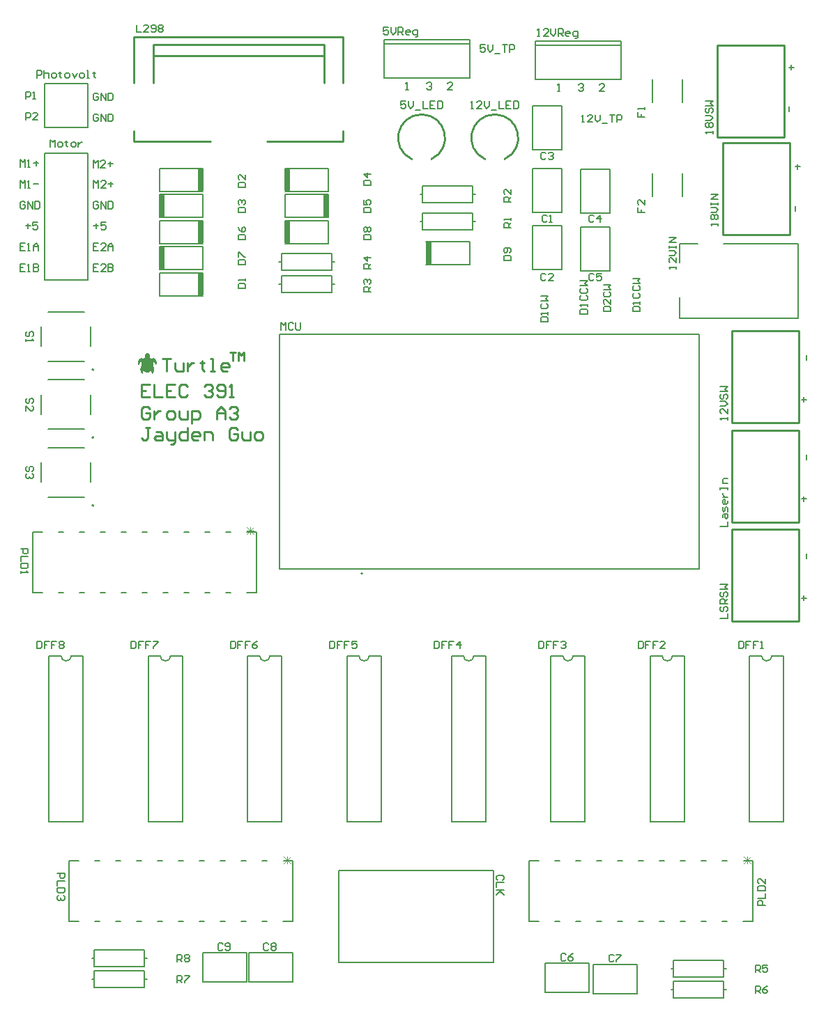
<source format=gto>
G04*
G04 #@! TF.GenerationSoftware,Altium Limited,Altium Designer,24.0.1 (36)*
G04*
G04 Layer_Color=65535*
%FSLAX44Y44*%
%MOMM*%
G71*
G04*
G04 #@! TF.SameCoordinates,F5D6D73F-2C16-40EA-88EE-8A7EB2D9318C*
G04*
G04*
G04 #@! TF.FilePolarity,Positive*
G04*
G01*
G75*
%ADD10C,0.2000*%
%ADD11C,0.2540*%
%ADD12C,0.1270*%
%ADD13C,0.1524*%
%ADD14C,0.0762*%
%ADD15R,0.8000X2.8000*%
G36*
X55457Y907203D02*
X56092D01*
Y906992D01*
X56515D01*
Y906780D01*
X56727D01*
Y906568D01*
X57150D01*
Y906357D01*
X57362D01*
Y906145D01*
X57573D01*
Y905933D01*
X57785D01*
Y905510D01*
X57997D01*
Y905298D01*
X58208D01*
Y904875D01*
X58420D01*
Y904452D01*
X58632D01*
Y904028D01*
X58843D01*
Y903393D01*
X59055D01*
Y902547D01*
X59267D01*
Y900853D01*
X59055D01*
Y900007D01*
X58843D01*
Y899372D01*
X58632D01*
Y899160D01*
X57997D01*
Y899372D01*
X57785D01*
Y899795D01*
X57573D01*
Y900007D01*
X57362D01*
Y900430D01*
X57150D01*
Y900853D01*
X56938D01*
Y901277D01*
X56727D01*
Y901488D01*
X56515D01*
Y901700D01*
X56303D01*
Y902123D01*
X56092D01*
Y902335D01*
X55668D01*
Y902547D01*
X55245D01*
Y902758D01*
X54822D01*
Y901700D01*
X55033D01*
Y900007D01*
X55245D01*
Y898948D01*
X55033D01*
Y897467D01*
X55245D01*
Y897043D01*
X55457D01*
Y896832D01*
X55668D01*
Y896408D01*
X55880D01*
Y895773D01*
X56092D01*
Y894927D01*
X56303D01*
Y892387D01*
X56092D01*
Y891328D01*
X55880D01*
Y890905D01*
X55668D01*
Y890270D01*
X55457D01*
Y890058D01*
X55245D01*
Y889635D01*
X55033D01*
Y889423D01*
X54822D01*
Y889212D01*
X54610D01*
Y888788D01*
X54398D01*
Y888577D01*
X54187D01*
Y888365D01*
X53763D01*
Y888153D01*
X53340D01*
Y888365D01*
X53128D01*
Y889423D01*
X52917D01*
Y891752D01*
X52705D01*
Y892175D01*
X52493D01*
Y891963D01*
X52282D01*
Y891752D01*
X52070D01*
Y891540D01*
X51858D01*
Y891328D01*
X51647D01*
Y891117D01*
X51223D01*
Y890905D01*
X51012D01*
Y890693D01*
X50588D01*
Y890482D01*
X50165D01*
Y890270D01*
X49742D01*
Y890058D01*
X48895D01*
Y889847D01*
X46778D01*
Y890058D01*
X45932D01*
Y890270D01*
X45508D01*
Y890482D01*
X45085D01*
Y890693D01*
X44662D01*
Y890905D01*
X44450D01*
Y891117D01*
X44027D01*
Y891328D01*
X43815D01*
Y891540D01*
X43603D01*
Y891752D01*
X43392D01*
Y891963D01*
X43180D01*
Y892175D01*
X42968D01*
Y891752D01*
X42757D01*
Y889423D01*
X42545D01*
Y888365D01*
X42333D01*
Y888153D01*
X41910D01*
Y888365D01*
X41487D01*
Y888577D01*
X41275D01*
Y888788D01*
X41063D01*
Y889212D01*
X40852D01*
Y889423D01*
X40640D01*
Y889635D01*
X40428D01*
Y890058D01*
X40217D01*
Y890270D01*
X40005D01*
Y890905D01*
X39793D01*
Y891328D01*
X39582D01*
Y892387D01*
X39370D01*
Y894927D01*
X39582D01*
Y895773D01*
X39793D01*
Y896408D01*
X40005D01*
Y896832D01*
X40217D01*
Y897043D01*
X40428D01*
Y897467D01*
X40640D01*
Y898948D01*
X40428D01*
Y900007D01*
X40640D01*
Y901700D01*
X40852D01*
Y902758D01*
X40428D01*
Y902547D01*
X40005D01*
Y902335D01*
X39582D01*
Y902123D01*
X39370D01*
Y901700D01*
X39158D01*
Y901488D01*
X38947D01*
Y901277D01*
X38735D01*
Y900853D01*
X38523D01*
Y900430D01*
X38312D01*
Y900007D01*
X38100D01*
Y899795D01*
X37888D01*
Y899372D01*
X37677D01*
Y899160D01*
X37042D01*
Y899372D01*
X36830D01*
Y900007D01*
X36618D01*
Y900853D01*
X36407D01*
Y902547D01*
X36618D01*
Y903393D01*
X36830D01*
Y904028D01*
X37042D01*
Y904452D01*
X37253D01*
Y904875D01*
X37465D01*
Y905298D01*
X37677D01*
Y905510D01*
X37888D01*
Y905933D01*
X38100D01*
Y906145D01*
X38312D01*
Y906357D01*
X38523D01*
Y906568D01*
X38947D01*
Y906780D01*
X39158D01*
Y906992D01*
X39582D01*
Y907203D01*
X41275D01*
Y906992D01*
X41487D01*
Y906780D01*
X42122D01*
Y906568D01*
X43180D01*
Y906780D01*
X43392D01*
Y906992D01*
X43603D01*
Y907203D01*
X44027D01*
Y907415D01*
X44238D01*
Y907627D01*
X44450D01*
Y907838D01*
X44662D01*
Y908050D01*
X44873D01*
Y909108D01*
X44662D01*
Y910167D01*
X44873D01*
Y911013D01*
X45085D01*
Y911437D01*
X45297D01*
Y911648D01*
X45508D01*
Y912072D01*
X45720D01*
Y912283D01*
X45932D01*
Y912495D01*
X46143D01*
Y912707D01*
X46355D01*
Y912918D01*
X46567D01*
Y913130D01*
X46778D01*
Y913342D01*
X47202D01*
Y913553D01*
X48472D01*
Y913342D01*
X48895D01*
Y913130D01*
X49107D01*
Y912918D01*
X49318D01*
Y912707D01*
X49530D01*
Y912495D01*
X49742D01*
Y912283D01*
X49953D01*
Y912072D01*
X50165D01*
Y911648D01*
X50377D01*
Y911437D01*
X50588D01*
Y911013D01*
X50800D01*
Y910167D01*
X51012D01*
Y909108D01*
X50800D01*
Y908050D01*
X51012D01*
Y907838D01*
X51223D01*
Y907627D01*
X51435D01*
Y907415D01*
X51647D01*
Y907203D01*
X52070D01*
Y906992D01*
X52282D01*
Y906780D01*
X52493D01*
Y906568D01*
X53552D01*
Y906780D01*
X54187D01*
Y906992D01*
X54398D01*
Y907203D01*
X55245D01*
X55457D01*
D02*
G37*
D10*
X-17300Y728310D02*
G03*
X-17300Y728310I-1000J0D01*
G01*
X309400Y645250D02*
G03*
X309400Y645250I-1000J0D01*
G01*
X-57150Y545500D02*
G03*
X-44450Y545500I6350J0D01*
G01*
X-17300Y893410D02*
G03*
X-17300Y893410I-1000J0D01*
G01*
Y810860D02*
G03*
X-17300Y810860I-1000J0D01*
G01*
X793750Y545500D02*
G03*
X806450Y545500I6350J0D01*
G01*
X673100D02*
G03*
X685800Y545500I6350J0D01*
G01*
X552450D02*
G03*
X565150Y545500I6350J0D01*
G01*
X431800D02*
G03*
X444500Y545500I6350J0D01*
G01*
X304800D02*
G03*
X317500Y545500I6350J0D01*
G01*
X184150D02*
G03*
X196850Y545500I6350J0D01*
G01*
X63500D02*
G03*
X76200Y545500I6350J0D01*
G01*
X519500Y1287650D02*
X623500D01*
X519500Y1246505D02*
Y1292650D01*
Y1246505D02*
X623500D01*
Y1292650D01*
X519500D02*
X623500D01*
X-16510Y167640D02*
Y187960D01*
X44450D01*
Y167640D02*
Y187960D01*
X-16510Y167640D02*
X44450D01*
X-19685Y177800D02*
X-16510D01*
X44450D02*
X47625D01*
X694530Y956141D02*
X838040D01*
Y1046141D01*
X694530Y1023141D02*
Y1046141D01*
X716120D01*
X747870D02*
X838040D01*
X694530Y956141D02*
Y980821D01*
X-77089Y1002030D02*
Y1156589D01*
Y1002030D02*
X-24511D01*
Y1156589D01*
X-77089D02*
X-24511D01*
X-77090Y1188148D02*
Y1240726D01*
Y1188148D02*
X-24512D01*
X-77090Y1240726D02*
X-24512D01*
Y1188148D02*
Y1240726D01*
X439250Y1021050D02*
Y1049050D01*
X386250Y1021050D02*
X439250D01*
X386250Y1049050D02*
X439250D01*
X-71628Y545500D02*
X-57150D01*
X-44450D02*
X-29972D01*
X-71628Y343500D02*
X-29972D01*
X-71628D02*
Y545500D01*
X-29972Y343500D02*
Y545500D01*
X115570Y184150D02*
X168910D01*
X115570Y148590D02*
X168910D01*
Y184150D01*
X115570Y148590D02*
Y184150D01*
X280670Y284480D02*
X468630D01*
Y172720D02*
Y284480D01*
X280670Y172720D02*
X468630D01*
X280670D02*
Y284480D01*
X335349Y1289237D02*
X439349D01*
X335349Y1248092D02*
Y1294237D01*
Y1248092D02*
X439349D01*
Y1294237D01*
X335349D02*
X439349D01*
X515620Y1084580D02*
Y1137920D01*
X551180Y1084580D02*
Y1137920D01*
X515620D02*
X551180D01*
X515620Y1084580D02*
X551180D01*
Y1014730D02*
Y1068070D01*
X515620Y1014730D02*
Y1068070D01*
Y1014730D02*
X551180D01*
X515620Y1068070D02*
X551180D01*
X515620Y1160780D02*
Y1214120D01*
X551180Y1160780D02*
Y1214120D01*
X515620D02*
X551180D01*
X515620Y1160780D02*
X551180D01*
X574040Y1083520D02*
Y1136860D01*
X609600Y1083520D02*
Y1136860D01*
X574040D02*
X609600D01*
X574040Y1083520D02*
X609600D01*
Y1013460D02*
Y1066800D01*
X574040Y1013460D02*
Y1066800D01*
Y1013460D02*
X609600D01*
X574040Y1066800D02*
X609600D01*
X62400Y982950D02*
Y1010950D01*
X115400D01*
X62400Y982950D02*
X115400D01*
X62400Y1109950D02*
Y1137950D01*
X115400D01*
X62400Y1109950D02*
X115400D01*
Y1078200D02*
Y1106200D01*
X62400Y1078200D02*
X115400D01*
X62400Y1106200D02*
X115400D01*
X267800Y1109950D02*
Y1137950D01*
X214800Y1109950D02*
X267800D01*
X214800Y1137950D02*
X267800D01*
X214800Y1078200D02*
Y1106200D01*
X267800D01*
X214800Y1078200D02*
X267800D01*
X62400Y1046450D02*
Y1074450D01*
X115400D01*
X62400Y1046450D02*
X115400D01*
Y1014700D02*
Y1042700D01*
X62400Y1014700D02*
X115400D01*
X62400Y1042700D02*
X115400D01*
X267800Y1046450D02*
Y1074450D01*
X214800Y1046450D02*
X267800D01*
X214800Y1074450D02*
X267800D01*
X443230Y1062990D02*
Y1083310D01*
X382270Y1062990D02*
X443230D01*
X382270D02*
Y1083310D01*
X443230D01*
Y1073150D02*
X446405D01*
X379095D02*
X382270D01*
X382269Y1096327D02*
Y1116647D01*
X443229D01*
Y1096327D02*
Y1116647D01*
X382269Y1096327D02*
X443229D01*
X379094Y1106487D02*
X382269D01*
X443229D02*
X446404D01*
X271780Y996950D02*
X274955D01*
X207645D02*
X210820D01*
Y986790D02*
X271780D01*
Y1007110D01*
X210820D02*
X271780D01*
X210820Y986790D02*
Y1007110D01*
X207644Y1023937D02*
X210819D01*
X271779D02*
X274954D01*
X210819Y1034097D02*
X271779D01*
X210819Y1013777D02*
Y1034097D01*
Y1013777D02*
X271779D01*
Y1034097D01*
X779272Y545500D02*
X793750D01*
X806450D02*
X820928D01*
X779272Y343500D02*
X820928D01*
X779272D02*
Y545500D01*
X820928Y343500D02*
Y545500D01*
X658622D02*
X673100D01*
X685800D02*
X700278D01*
X658622Y343500D02*
X700278D01*
X658622D02*
Y545500D01*
X700278Y343500D02*
Y545500D01*
X537972D02*
X552450D01*
X565150D02*
X579628D01*
X537972Y343500D02*
X579628D01*
X537972D02*
Y545500D01*
X579628Y343500D02*
Y545500D01*
X530860Y171450D02*
X584200D01*
X530860Y135890D02*
X584200D01*
Y171450D01*
X530860Y135890D02*
Y171450D01*
X589280Y170180D02*
X642620D01*
X589280Y134620D02*
X642620D01*
Y170180D01*
X589280Y134620D02*
Y170180D01*
X171240Y148590D02*
X224580D01*
X171240Y184150D02*
X224580D01*
X171240Y148590D02*
Y184150D01*
X224580Y148590D02*
Y184150D01*
X417322Y545500D02*
X431800D01*
X444500D02*
X458978D01*
X417322Y343500D02*
X458978D01*
X417322D02*
Y545500D01*
X458978Y343500D02*
Y545500D01*
X290322D02*
X304800D01*
X317500D02*
X331978D01*
X290322Y343500D02*
X331978D01*
X290322D02*
Y545500D01*
X331978Y343500D02*
Y545500D01*
X169672D02*
X184150D01*
X196850D02*
X211328D01*
X169672Y343500D02*
X211328D01*
X169672D02*
Y545500D01*
X211328Y343500D02*
Y545500D01*
X49022D02*
X63500D01*
X76200D02*
X90678D01*
X49022Y343500D02*
X90678D01*
X49022D02*
Y545500D01*
X90678Y343500D02*
Y545500D01*
X687070Y154940D02*
Y175260D01*
X748030D01*
Y154940D02*
Y175260D01*
X687070Y154940D02*
X748030D01*
X683895Y165100D02*
X687070D01*
X748030D02*
X751205D01*
X687070Y129540D02*
Y149860D01*
X748030D01*
Y129540D02*
Y149860D01*
X687070Y129540D02*
X748030D01*
X683895Y139700D02*
X687070D01*
X748030D02*
X751205D01*
X-16510Y142240D02*
Y162560D01*
X44450D01*
Y142240D02*
Y162560D01*
X-16510Y142240D02*
X44450D01*
X-19685Y152400D02*
X-16510D01*
X44450D02*
X47625D01*
D11*
X481922Y1149284D02*
G03*
X457877Y1149284I-12023J25783D01*
G01*
X393022D02*
G03*
X368977Y1149284I-12023J25783D01*
G01*
X740410Y1287780D02*
X821690D01*
X740410Y1176020D02*
X821690D01*
Y1287780D01*
X740410Y1176020D02*
Y1287780D01*
X262255Y1242187D02*
Y1275334D01*
X55245D02*
X262255D01*
Y1288542D01*
X55245Y1242187D02*
Y1275334D01*
Y1288542D01*
X262255D01*
X31750Y1298194D02*
X285750D01*
X193040Y1171194D02*
X285750D01*
X31750D02*
X124460D01*
X31750Y1242314D02*
Y1298194D01*
X285750Y1242314D02*
Y1298194D01*
X31750Y1171194D02*
Y1183894D01*
X285750Y1171194D02*
Y1183894D01*
X828039Y1056957D02*
Y1168717D01*
X746759Y1056957D02*
Y1168717D01*
X828039D01*
X746759Y1056957D02*
X828039D01*
X758189Y707707D02*
Y819467D01*
X839469Y707707D02*
Y819467D01*
X758189Y707707D02*
X839469D01*
X758189Y819467D02*
X839469D01*
Y828357D02*
Y940117D01*
X758189Y828357D02*
Y940117D01*
X839469D01*
X758189Y828357D02*
X839469D01*
X758189Y587057D02*
Y698817D01*
X839469Y587057D02*
Y698817D01*
X758189Y587057D02*
X839469D01*
X758189Y698817D02*
X839469D01*
X50797Y845814D02*
X48257Y848353D01*
X43179D01*
X40640Y845814D01*
Y835658D01*
X43179Y833118D01*
X48257D01*
X50797Y835658D01*
Y840736D01*
X45718D01*
X55875Y843275D02*
Y833118D01*
Y838197D01*
X58414Y840736D01*
X60953Y843275D01*
X63493D01*
X73649Y833118D02*
X78728D01*
X81267Y835658D01*
Y840736D01*
X78728Y843275D01*
X73649D01*
X71110Y840736D01*
Y835658D01*
X73649Y833118D01*
X86345Y843275D02*
Y835658D01*
X88884Y833118D01*
X96502D01*
Y843275D01*
X101580Y828040D02*
Y843275D01*
X109198D01*
X111737Y840736D01*
Y835658D01*
X109198Y833118D01*
X101580D01*
X132050D02*
Y843275D01*
X137129Y848353D01*
X142207Y843275D01*
Y833118D01*
Y840736D01*
X132050D01*
X147285Y845814D02*
X149825Y848353D01*
X154903D01*
X157442Y845814D01*
Y843275D01*
X154903Y840736D01*
X152364D01*
X154903D01*
X157442Y838197D01*
Y835658D01*
X154903Y833118D01*
X149825D01*
X147285Y835658D01*
X50797Y875025D02*
X40640D01*
Y859790D01*
X50797D01*
X40640Y867408D02*
X45718D01*
X55875Y875025D02*
Y859790D01*
X66032D01*
X81267Y875025D02*
X71110D01*
Y859790D01*
X81267D01*
X71110Y867408D02*
X76189D01*
X96502Y872486D02*
X93963Y875025D01*
X88884D01*
X86345Y872486D01*
Y862329D01*
X88884Y859790D01*
X93963D01*
X96502Y862329D01*
X116815Y872486D02*
X119354Y875025D01*
X124433D01*
X126972Y872486D01*
Y869947D01*
X124433Y867408D01*
X121894D01*
X124433D01*
X126972Y864868D01*
Y862329D01*
X124433Y859790D01*
X119354D01*
X116815Y862329D01*
X132050D02*
X134590Y859790D01*
X139668D01*
X142207Y862329D01*
Y872486D01*
X139668Y875025D01*
X134590D01*
X132050Y872486D01*
Y869947D01*
X134590Y867408D01*
X142207D01*
X147285Y859790D02*
X152364D01*
X149825D01*
Y875025D01*
X147285Y872486D01*
X50797Y822953D02*
X45718D01*
X48257D01*
Y810257D01*
X45718Y807718D01*
X43179D01*
X40640Y810257D01*
X58414Y817875D02*
X63493D01*
X66032Y815336D01*
Y807718D01*
X58414D01*
X55875Y810257D01*
X58414Y812797D01*
X66032D01*
X71110Y817875D02*
Y810257D01*
X73649Y807718D01*
X81267D01*
Y805179D01*
X78728Y802640D01*
X76189D01*
X81267Y807718D02*
Y817875D01*
X96502Y822953D02*
Y807718D01*
X88884D01*
X86345Y810257D01*
Y815336D01*
X88884Y817875D01*
X96502D01*
X109198Y807718D02*
X104120D01*
X101580Y810257D01*
Y815336D01*
X104120Y817875D01*
X109198D01*
X111737Y815336D01*
Y812797D01*
X101580D01*
X116815Y807718D02*
Y817875D01*
X124433D01*
X126972Y815336D01*
Y807718D01*
X157442Y820414D02*
X154903Y822953D01*
X149825D01*
X147285Y820414D01*
Y810257D01*
X149825Y807718D01*
X154903D01*
X157442Y810257D01*
Y815336D01*
X152364D01*
X162521Y817875D02*
Y810257D01*
X165060Y807718D01*
X172677D01*
Y817875D01*
X180295Y807718D02*
X185373D01*
X187912Y810257D01*
Y815336D01*
X185373Y817875D01*
X180295D01*
X177756Y815336D01*
Y810257D01*
X180295Y807718D01*
X66040Y906775D02*
X76197D01*
X71118D01*
Y891540D01*
X81275Y901697D02*
Y894079D01*
X83814Y891540D01*
X91432D01*
Y901697D01*
X96510D02*
Y891540D01*
Y896618D01*
X99049Y899157D01*
X101588Y901697D01*
X104128D01*
X114284Y904236D02*
Y901697D01*
X111745D01*
X116824D01*
X114284D01*
Y894079D01*
X116824Y891540D01*
X124441D02*
X129520D01*
X126980D01*
Y906775D01*
X124441D01*
X144754Y891540D02*
X139676D01*
X137137Y894079D01*
Y899157D01*
X139676Y901697D01*
X144754D01*
X147294Y899157D01*
Y896618D01*
X137137D01*
X148590Y914397D02*
X155361D01*
X151976D01*
Y904240D01*
X158747D02*
Y914397D01*
X162132Y911011D01*
X165518Y914397D01*
Y904240D01*
D12*
X-72560Y738350D02*
X-29040D01*
X-80800Y756590D02*
Y780110D01*
X-72560Y798350D02*
X-29040D01*
X-20800Y756590D02*
Y780110D01*
X208800Y936050D02*
X718300D01*
Y650950D02*
Y936050D01*
X208800Y650950D02*
Y936050D01*
Y650950D02*
X718300D01*
X208800D02*
Y761640D01*
Y828750D01*
Y936050D01*
Y650950D02*
X718300D01*
X208800Y936050D02*
X718300D01*
Y650950D02*
Y704650D01*
Y881550D01*
Y936050D01*
X-72560Y903450D02*
X-29040D01*
X-80800Y921690D02*
Y945210D01*
X-72560Y963450D02*
X-29040D01*
X-20800Y921690D02*
Y945210D01*
X-72560Y820900D02*
X-29040D01*
X-80800Y839140D02*
Y862660D01*
X-72560Y880900D02*
X-29040D01*
X-20800Y839140D02*
Y862660D01*
D13*
X746242Y222410D02*
X752358D01*
X720842D02*
X726958D01*
X695442D02*
X701558D01*
X670042D02*
X676158D01*
X644642D02*
X650758D01*
X619242D02*
X625358D01*
X593842D02*
X599958D01*
X568442D02*
X574558D01*
X543042D02*
X549158D01*
X511810Y296070D02*
X523758D01*
X543042D02*
X549158D01*
X568442D02*
X574558D01*
X593842D02*
X599958D01*
X619242D02*
X625358D01*
X644642D02*
X650758D01*
X670042D02*
X676158D01*
X695442D02*
X701558D01*
X720842D02*
X726958D01*
X746242D02*
X752069D01*
X771931D02*
X783590D01*
Y222410D02*
Y296070D01*
X511810Y222410D02*
X523758D01*
X511810D02*
Y296070D01*
X771642Y222410D02*
X783590D01*
X661162Y1103567D02*
Y1131633D01*
X697738Y1103567D02*
Y1131633D01*
X661162Y1217867D02*
Y1245933D01*
X697738Y1217867D02*
Y1245933D01*
X142992Y622460D02*
X149108D01*
X117592D02*
X123708D01*
X92192D02*
X98308D01*
X66792D02*
X72908D01*
X41392D02*
X47508D01*
X15992D02*
X22108D01*
X-9408D02*
X-3292D01*
X-34808D02*
X-28692D01*
X-60208D02*
X-54092D01*
X-91440Y696120D02*
X-79492D01*
X-60208D02*
X-54092D01*
X-34808D02*
X-28692D01*
X-9408D02*
X-3292D01*
X15992D02*
X22108D01*
X41392D02*
X47508D01*
X66792D02*
X72908D01*
X92192D02*
X98308D01*
X117592D02*
X123708D01*
X142992D02*
X148819D01*
X168681D02*
X180340D01*
Y622460D02*
Y696120D01*
X-91440Y622460D02*
X-79492D01*
X-91440D02*
Y696120D01*
X168392Y622460D02*
X180340D01*
X187442Y222410D02*
X193558D01*
X162042D02*
X168158D01*
X136642D02*
X142758D01*
X111242D02*
X117358D01*
X85842D02*
X91958D01*
X60442D02*
X66558D01*
X35042D02*
X41158D01*
X9642D02*
X15758D01*
X-15758D02*
X-9642D01*
X-46990Y296070D02*
X-35042D01*
X-15758D02*
X-9642D01*
X9642D02*
X15758D01*
X35042D02*
X41158D01*
X60442D02*
X66558D01*
X85842D02*
X91958D01*
X111242D02*
X117358D01*
X136642D02*
X142758D01*
X162042D02*
X168158D01*
X187442D02*
X193269D01*
X213131D02*
X224790D01*
Y222410D02*
Y296070D01*
X-46990Y222410D02*
X-35042D01*
X-46990D02*
Y296070D01*
X212842Y222410D02*
X224790D01*
X521660Y1298788D02*
X524623D01*
X523142D01*
Y1307675D01*
X521660Y1306194D01*
X534991Y1298788D02*
X529066D01*
X534991Y1304712D01*
Y1306194D01*
X533510Y1307675D01*
X530547D01*
X529066Y1306194D01*
X537953Y1307675D02*
Y1301750D01*
X540916Y1298788D01*
X543878Y1301750D01*
Y1307675D01*
X546841Y1298788D02*
Y1307675D01*
X551284D01*
X552765Y1306194D01*
Y1303231D01*
X551284Y1301750D01*
X546841D01*
X549803D02*
X552765Y1298788D01*
X560171D02*
X557209D01*
X555728Y1300269D01*
Y1303231D01*
X557209Y1304712D01*
X560171D01*
X561652Y1303231D01*
Y1301750D01*
X555728D01*
X567577Y1295825D02*
X569058D01*
X570540Y1297306D01*
Y1304712D01*
X566096D01*
X564615Y1303231D01*
Y1300269D01*
X566096Y1298788D01*
X570540D01*
X546100Y1231900D02*
X549062D01*
X547581D01*
Y1240787D01*
X546100Y1239306D01*
X602825Y1231900D02*
X596900D01*
X602825Y1237825D01*
Y1239306D01*
X601344Y1240787D01*
X598381D01*
X596900Y1239306D01*
X571500D02*
X572981Y1240787D01*
X575944D01*
X577425Y1239306D01*
Y1237825D01*
X575944Y1236344D01*
X574462D01*
X575944D01*
X577425Y1234862D01*
Y1233381D01*
X575944Y1231900D01*
X572981D01*
X571500Y1233381D01*
X734694Y1180154D02*
Y1183116D01*
Y1181635D01*
X725806D01*
X727288Y1180154D01*
Y1187560D02*
X725806Y1189041D01*
Y1192003D01*
X727288Y1193485D01*
X728769D01*
X730250Y1192003D01*
X731731Y1193485D01*
X733212D01*
X734694Y1192003D01*
Y1189041D01*
X733212Y1187560D01*
X731731D01*
X730250Y1189041D01*
X728769Y1187560D01*
X727288D01*
X730250Y1189041D02*
Y1192003D01*
X725806Y1196447D02*
X731731D01*
X734694Y1199409D01*
X731731Y1202372D01*
X725806D01*
X727288Y1211259D02*
X725806Y1209778D01*
Y1206815D01*
X727288Y1205334D01*
X728769D01*
X730250Y1206815D01*
Y1209778D01*
X731731Y1211259D01*
X733212D01*
X734694Y1209778D01*
Y1206815D01*
X733212Y1205334D01*
X725806Y1214221D02*
X734694D01*
X731731Y1217184D01*
X734694Y1220146D01*
X725806D01*
X-92288Y769831D02*
X-90806Y771312D01*
Y774275D01*
X-92288Y775756D01*
X-93769D01*
X-95250Y774275D01*
Y771312D01*
X-96731Y769831D01*
X-98212D01*
X-99694Y771312D01*
Y774275D01*
X-98212Y775756D01*
X-92288Y766869D02*
X-90806Y765388D01*
Y762425D01*
X-92288Y760944D01*
X-93769D01*
X-95250Y762425D01*
Y763906D01*
Y762425D01*
X-96731Y760944D01*
X-98212D01*
X-99694Y762425D01*
Y765388D01*
X-98212Y766869D01*
X84034Y173356D02*
Y182244D01*
X88478D01*
X89959Y180762D01*
Y177800D01*
X88478Y176319D01*
X84034D01*
X86996D02*
X89959Y173356D01*
X92921Y180762D02*
X94402Y182244D01*
X97365D01*
X98846Y180762D01*
Y179281D01*
X97365Y177800D01*
X98846Y176319D01*
Y174838D01*
X97365Y173356D01*
X94402D01*
X92921Y174838D01*
Y176319D01*
X94402Y177800D01*
X92921Y179281D01*
Y180762D01*
X94402Y177800D02*
X97365D01*
X34507Y1312544D02*
Y1303656D01*
X40432D01*
X49319D02*
X43394D01*
X49319Y1309581D01*
Y1311062D01*
X47838Y1312544D01*
X44875D01*
X43394Y1311062D01*
X52281Y1305138D02*
X53762Y1303656D01*
X56725D01*
X58206Y1305138D01*
Y1311062D01*
X56725Y1312544D01*
X53762D01*
X52281Y1311062D01*
Y1309581D01*
X53762Y1308100D01*
X58206D01*
X61168Y1311062D02*
X62649Y1312544D01*
X65612D01*
X67093Y1311062D01*
Y1309581D01*
X65612Y1308100D01*
X67093Y1306619D01*
Y1305138D01*
X65612Y1303656D01*
X62649D01*
X61168Y1305138D01*
Y1306619D01*
X62649Y1308100D01*
X61168Y1309581D01*
Y1311062D01*
X62649Y1308100D02*
X65612D01*
X210401Y941706D02*
Y950594D01*
X213363Y947631D01*
X216325Y950594D01*
Y941706D01*
X225212Y949112D02*
X223731Y950594D01*
X220769D01*
X219288Y949112D01*
Y943188D01*
X220769Y941706D01*
X223731D01*
X225212Y943188D01*
X228175Y950594D02*
Y943188D01*
X229656Y941706D01*
X232618D01*
X234100Y943188D01*
Y950594D01*
X441016Y1210734D02*
X443979D01*
X442497D01*
Y1219621D01*
X441016Y1218140D01*
X454347Y1210734D02*
X448422D01*
X454347Y1216658D01*
Y1218140D01*
X452866Y1219621D01*
X449903D01*
X448422Y1218140D01*
X457309Y1219621D02*
Y1213696D01*
X460272Y1210734D01*
X463234Y1213696D01*
Y1219621D01*
X466196Y1209253D02*
X472121D01*
X475084Y1219621D02*
Y1210734D01*
X481008D01*
X489895Y1219621D02*
X483971D01*
Y1210734D01*
X489895D01*
X483971Y1215177D02*
X486933D01*
X492858Y1219621D02*
Y1210734D01*
X497301D01*
X498783Y1212215D01*
Y1218140D01*
X497301Y1219621D01*
X492858D01*
X690244Y1015795D02*
Y1018757D01*
Y1017276D01*
X681356D01*
X682838Y1015795D01*
X690244Y1029125D02*
Y1023201D01*
X684319Y1029125D01*
X682838D01*
X681356Y1027644D01*
Y1024682D01*
X682838Y1023201D01*
X681356Y1032088D02*
X687281D01*
X690244Y1035050D01*
X687281Y1038012D01*
X681356D01*
Y1040975D02*
Y1043937D01*
Y1042456D01*
X690244D01*
Y1040975D01*
Y1043937D01*
Y1048381D02*
X681356D01*
X690244Y1054305D01*
X681356D01*
X-70055Y1163956D02*
Y1172844D01*
X-67093Y1169881D01*
X-64131Y1172844D01*
Y1163956D01*
X-59687D02*
X-56725D01*
X-55244Y1165438D01*
Y1168400D01*
X-56725Y1169881D01*
X-59687D01*
X-61168Y1168400D01*
Y1165438D01*
X-59687Y1163956D01*
X-50800Y1171362D02*
Y1169881D01*
X-52281D01*
X-49319D01*
X-50800D01*
Y1165438D01*
X-49319Y1163956D01*
X-43394D02*
X-40432D01*
X-38951Y1165438D01*
Y1168400D01*
X-40432Y1169881D01*
X-43394D01*
X-44875Y1168400D01*
Y1165438D01*
X-43394Y1163956D01*
X-35988Y1169881D02*
Y1163956D01*
Y1166919D01*
X-34507Y1168400D01*
X-33026Y1169881D01*
X-31545D01*
X-86349Y1248093D02*
Y1256980D01*
X-81906D01*
X-80424Y1255499D01*
Y1252537D01*
X-81906Y1251056D01*
X-86349D01*
X-77462Y1256980D02*
Y1248093D01*
Y1252537D01*
X-75981Y1254018D01*
X-73018D01*
X-71537Y1252537D01*
Y1248093D01*
X-67094D02*
X-64131D01*
X-62650Y1249574D01*
Y1252537D01*
X-64131Y1254018D01*
X-67094D01*
X-68575Y1252537D01*
Y1249574D01*
X-67094Y1248093D01*
X-58207Y1255499D02*
Y1254018D01*
X-59688D01*
X-56725D01*
X-58207D01*
Y1249574D01*
X-56725Y1248093D01*
X-50801D02*
X-47838D01*
X-46357Y1249574D01*
Y1252537D01*
X-47838Y1254018D01*
X-50801D01*
X-52282Y1252537D01*
Y1249574D01*
X-50801Y1248093D01*
X-43395Y1254018D02*
X-40432Y1248093D01*
X-37470Y1254018D01*
X-33026Y1248093D02*
X-30064D01*
X-28583Y1249574D01*
Y1252537D01*
X-30064Y1254018D01*
X-33026D01*
X-34508Y1252537D01*
Y1249574D01*
X-33026Y1248093D01*
X-25620D02*
X-22658D01*
X-24139D01*
Y1256980D01*
X-25620D01*
X-16733Y1255499D02*
Y1254018D01*
X-18214D01*
X-15252D01*
X-16733D01*
Y1249574D01*
X-15252Y1248093D01*
X480696Y1026374D02*
X489584D01*
Y1030818D01*
X488102Y1032299D01*
X482178D01*
X480696Y1030818D01*
Y1026374D01*
X488102Y1035261D02*
X489584Y1036742D01*
Y1039705D01*
X488102Y1041186D01*
X482178D01*
X480696Y1039705D01*
Y1036742D01*
X482178Y1035261D01*
X483659D01*
X485140Y1036742D01*
Y1041186D01*
X-86143Y563244D02*
Y554356D01*
X-81699D01*
X-80218Y555838D01*
Y561762D01*
X-81699Y563244D01*
X-86143D01*
X-71331D02*
X-77256D01*
Y558800D01*
X-74294D01*
X-77256D01*
Y554356D01*
X-62444Y563244D02*
X-68369D01*
Y558800D01*
X-65406D01*
X-68369D01*
Y554356D01*
X-59482Y561762D02*
X-58000Y563244D01*
X-55038D01*
X-53557Y561762D01*
Y560281D01*
X-55038Y558800D01*
X-53557Y557319D01*
Y555838D01*
X-55038Y554356D01*
X-58000D01*
X-59482Y555838D01*
Y557319D01*
X-58000Y558800D01*
X-59482Y560281D01*
Y561762D01*
X-58000Y558800D02*
X-55038D01*
X139489Y194732D02*
X138008Y196214D01*
X135045D01*
X133564Y194732D01*
Y188808D01*
X135045Y187326D01*
X138008D01*
X139489Y188808D01*
X142451D02*
X143932Y187326D01*
X146895D01*
X148376Y188808D01*
Y194732D01*
X146895Y196214D01*
X143932D01*
X142451Y194732D01*
Y193251D01*
X143932Y191770D01*
X148376D01*
X479212Y272625D02*
X480694Y274106D01*
Y277068D01*
X479212Y278549D01*
X473288D01*
X471806Y277068D01*
Y274106D01*
X473288Y272625D01*
X480694Y269662D02*
X471806D01*
Y263738D01*
X480694Y260775D02*
X471806D01*
X474769D01*
X480694Y254851D01*
X476250Y259294D01*
X471806Y254851D01*
X798194Y241837D02*
X789306D01*
Y246280D01*
X790788Y247762D01*
X793750D01*
X795231Y246280D01*
Y241837D01*
X789306Y250724D02*
X798194D01*
Y256649D01*
X789306Y259611D02*
X798194D01*
Y264055D01*
X796712Y265536D01*
X790788D01*
X789306Y264055D01*
Y259611D01*
X798194Y274423D02*
Y268498D01*
X792269Y274423D01*
X790788D01*
X789306Y272942D01*
Y269979D01*
X790788Y268498D01*
X643256Y1090719D02*
Y1084794D01*
X647700D01*
Y1087756D01*
Y1084794D01*
X652144D01*
Y1099606D02*
Y1093681D01*
X646219Y1099606D01*
X644738D01*
X643256Y1098125D01*
Y1095162D01*
X644738Y1093681D01*
X340788Y1309261D02*
X334863D01*
Y1304818D01*
X337825Y1306299D01*
X339306D01*
X340788Y1304818D01*
Y1301855D01*
X339306Y1300374D01*
X336344D01*
X334863Y1301855D01*
X343750Y1309261D02*
Y1303337D01*
X346712Y1300374D01*
X349675Y1303337D01*
Y1309261D01*
X352637Y1300374D02*
Y1309261D01*
X357080D01*
X358562Y1307780D01*
Y1304818D01*
X357080Y1303337D01*
X352637D01*
X355599D02*
X358562Y1300374D01*
X365968D02*
X363005D01*
X361524Y1301855D01*
Y1304818D01*
X363005Y1306299D01*
X365968D01*
X367449Y1304818D01*
Y1303337D01*
X361524D01*
X373374Y1297412D02*
X374855D01*
X376336Y1298893D01*
Y1306299D01*
X371892D01*
X370411Y1304818D01*
Y1301855D01*
X371892Y1300374D01*
X376336D01*
X361949Y1233487D02*
X364912D01*
X363430D01*
Y1242374D01*
X361949Y1240893D01*
X418674Y1233487D02*
X412749D01*
X418674Y1239411D01*
Y1240893D01*
X417193Y1242374D01*
X414230D01*
X412749Y1240893D01*
X387349D02*
X388830Y1242374D01*
X391793D01*
X393274Y1240893D01*
Y1239411D01*
X391793Y1237930D01*
X390312D01*
X391793D01*
X393274Y1236449D01*
Y1234968D01*
X391793Y1233487D01*
X388830D01*
X387349Y1234968D01*
X741043Y1068181D02*
Y1071144D01*
Y1069662D01*
X732156D01*
X733637Y1068181D01*
Y1075587D02*
X732156Y1077068D01*
Y1080031D01*
X733637Y1081512D01*
X735118D01*
X736599Y1080031D01*
X738081Y1081512D01*
X739562D01*
X741043Y1080031D01*
Y1077068D01*
X739562Y1075587D01*
X738081D01*
X736599Y1077068D01*
X735118Y1075587D01*
X733637D01*
X736599Y1077068D02*
Y1080031D01*
X732156Y1084474D02*
X738081D01*
X741043Y1087437D01*
X738081Y1090399D01*
X732156D01*
Y1093362D02*
Y1096324D01*
Y1094843D01*
X741043D01*
Y1093362D01*
Y1096324D01*
Y1100767D02*
X732156D01*
X741043Y1106692D01*
X732156D01*
X533400Y1079922D02*
X531919Y1081404D01*
X528956D01*
X527475Y1079922D01*
Y1073998D01*
X528956Y1072516D01*
X531919D01*
X533400Y1073998D01*
X536362Y1072516D02*
X539325D01*
X537844D01*
Y1081404D01*
X536362Y1079922D01*
X531919Y1008802D02*
X530438Y1010284D01*
X527475D01*
X525994Y1008802D01*
Y1002878D01*
X527475Y1001396D01*
X530438D01*
X531919Y1002878D01*
X540806Y1001396D02*
X534881D01*
X540806Y1007321D01*
Y1008802D01*
X539325Y1010284D01*
X536362D01*
X534881Y1008802D01*
X531919Y1156122D02*
X530438Y1157604D01*
X527475D01*
X525994Y1156122D01*
Y1150198D01*
X527475Y1148716D01*
X530438D01*
X531919Y1150198D01*
X534881Y1156122D02*
X536362Y1157604D01*
X539325D01*
X540806Y1156122D01*
Y1154641D01*
X539325Y1153160D01*
X537844D01*
X539325D01*
X540806Y1151679D01*
Y1150198D01*
X539325Y1148716D01*
X536362D01*
X534881Y1150198D01*
X590340Y1079815D02*
X588858Y1081296D01*
X585896D01*
X584415Y1079815D01*
Y1073891D01*
X585896Y1072409D01*
X588858D01*
X590340Y1073891D01*
X597745Y1072409D02*
Y1081296D01*
X593302Y1076853D01*
X599227D01*
X590339Y1008802D02*
X588858Y1010284D01*
X585895D01*
X584414Y1008802D01*
Y1002878D01*
X585895Y1001396D01*
X588858D01*
X590339Y1002878D01*
X599226Y1010284D02*
X593301D01*
Y1005840D01*
X596264Y1007321D01*
X597745D01*
X599226Y1005840D01*
Y1002878D01*
X597745Y1001396D01*
X594782D01*
X593301Y1002878D01*
X158116Y992295D02*
X167004D01*
Y996739D01*
X165522Y998220D01*
X159598D01*
X158116Y996739D01*
Y992295D01*
X167004Y1001182D02*
Y1004145D01*
Y1002664D01*
X158116D01*
X159598Y1001182D01*
X158116Y1115274D02*
X167004D01*
Y1119718D01*
X165522Y1121199D01*
X159598D01*
X158116Y1119718D01*
Y1115274D01*
X167004Y1130086D02*
Y1124161D01*
X161079Y1130086D01*
X159598D01*
X158116Y1128605D01*
Y1125642D01*
X159598Y1124161D01*
X158116Y1084794D02*
X167004D01*
Y1089238D01*
X165522Y1090719D01*
X159598D01*
X158116Y1089238D01*
Y1084794D01*
X159598Y1093681D02*
X158116Y1095162D01*
Y1098125D01*
X159598Y1099606D01*
X161079D01*
X162560Y1098125D01*
Y1096644D01*
Y1098125D01*
X164041Y1099606D01*
X165522D01*
X167004Y1098125D01*
Y1095162D01*
X165522Y1093681D01*
X310516Y1117814D02*
X319404D01*
Y1122258D01*
X317922Y1123739D01*
X311998D01*
X310516Y1122258D01*
Y1117814D01*
X319404Y1131145D02*
X310516D01*
X314960Y1126701D01*
Y1132626D01*
X310516Y1084794D02*
X319404D01*
Y1089238D01*
X317922Y1090719D01*
X311998D01*
X310516Y1089238D01*
Y1084794D01*
Y1099606D02*
Y1093681D01*
X314960D01*
X313479Y1096644D01*
Y1098125D01*
X314960Y1099606D01*
X317922D01*
X319404Y1098125D01*
Y1095162D01*
X317922Y1093681D01*
X158116Y1051774D02*
X167004D01*
Y1056218D01*
X165522Y1057699D01*
X159598D01*
X158116Y1056218D01*
Y1051774D01*
Y1066586D02*
X159598Y1063624D01*
X162560Y1060661D01*
X165522D01*
X167004Y1062142D01*
Y1065105D01*
X165522Y1066586D01*
X164041D01*
X162560Y1065105D01*
Y1060661D01*
X158116Y1021294D02*
X167004D01*
Y1025738D01*
X165522Y1027219D01*
X159598D01*
X158116Y1025738D01*
Y1021294D01*
Y1030181D02*
Y1036106D01*
X159598D01*
X165522Y1030181D01*
X167004D01*
X310516Y1051774D02*
X319404D01*
Y1056218D01*
X317922Y1057699D01*
X311998D01*
X310516Y1056218D01*
Y1051774D01*
X311998Y1060661D02*
X310516Y1062142D01*
Y1065105D01*
X311998Y1066586D01*
X313479D01*
X314960Y1065105D01*
X316441Y1066586D01*
X317922D01*
X319404Y1065105D01*
Y1062142D01*
X317922Y1060661D01*
X316441D01*
X314960Y1062142D01*
X313479Y1060661D01*
X311998D01*
X314960Y1062142D02*
Y1065105D01*
X361744Y1219621D02*
X355819D01*
Y1215177D01*
X358782Y1216658D01*
X360263D01*
X361744Y1215177D01*
Y1212215D01*
X360263Y1210734D01*
X357300D01*
X355819Y1212215D01*
X364706Y1219621D02*
Y1213696D01*
X367669Y1210734D01*
X370631Y1213696D01*
Y1219621D01*
X373593Y1209253D02*
X379518D01*
X382481Y1219621D02*
Y1210734D01*
X388405D01*
X397292Y1219621D02*
X391368D01*
Y1210734D01*
X397292D01*
X391368Y1215177D02*
X394330D01*
X400255Y1219621D02*
Y1210734D01*
X404698D01*
X406180Y1212215D01*
Y1218140D01*
X404698Y1219621D01*
X400255D01*
X643256Y1206500D02*
Y1200575D01*
X647700D01*
Y1203538D01*
Y1200575D01*
X652144D01*
Y1209462D02*
Y1212425D01*
Y1210944D01*
X643256D01*
X644738Y1209462D01*
X743586Y702954D02*
X752473D01*
Y708878D01*
X746548Y713322D02*
Y716284D01*
X748029Y717765D01*
X752473D01*
Y713322D01*
X750992Y711841D01*
X749510Y713322D01*
Y717765D01*
X752473Y720728D02*
Y725171D01*
X750992Y726653D01*
X749510Y725171D01*
Y722209D01*
X748029Y720728D01*
X746548Y722209D01*
Y726653D01*
X752473Y734059D02*
Y731096D01*
X750992Y729615D01*
X748029D01*
X746548Y731096D01*
Y734059D01*
X748029Y735540D01*
X749510D01*
Y729615D01*
X746548Y738502D02*
X752473D01*
X749510D01*
X748029Y739983D01*
X746548Y741464D01*
Y742946D01*
X743586Y747389D02*
Y750352D01*
Y748870D01*
X752473D01*
Y747389D01*
Y750352D01*
Y754795D02*
X746548D01*
Y759239D01*
X748029Y760720D01*
X752473D01*
X489584Y1065955D02*
X480696D01*
Y1070399D01*
X482178Y1071880D01*
X485140D01*
X486621Y1070399D01*
Y1065955D01*
Y1068918D02*
X489584Y1071880D01*
Y1074842D02*
Y1077805D01*
Y1076324D01*
X480696D01*
X482178Y1074842D01*
X489584Y1097494D02*
X480696D01*
Y1101938D01*
X482178Y1103419D01*
X485140D01*
X486621Y1101938D01*
Y1097494D01*
Y1100456D02*
X489584Y1103419D01*
Y1112306D02*
Y1106381D01*
X483659Y1112306D01*
X482178D01*
X480696Y1110825D01*
Y1107862D01*
X482178Y1106381D01*
X752473Y832491D02*
Y835453D01*
Y833972D01*
X743586D01*
X745067Y832491D01*
X752473Y845821D02*
Y839897D01*
X746548Y845821D01*
X745067D01*
X743586Y844340D01*
Y841378D01*
X745067Y839897D01*
X743586Y848784D02*
X749510D01*
X752473Y851746D01*
X749510Y854708D01*
X743586D01*
X745067Y863596D02*
X743586Y862114D01*
Y859152D01*
X745067Y857671D01*
X746548D01*
X748029Y859152D01*
Y862114D01*
X749510Y863596D01*
X750992D01*
X752473Y862114D01*
Y859152D01*
X750992Y857671D01*
X743586Y866558D02*
X752473D01*
X749510Y869520D01*
X752473Y872483D01*
X743586D01*
X743586Y590450D02*
X752473D01*
Y596375D01*
X745067Y605262D02*
X743586Y603781D01*
Y600818D01*
X745067Y599337D01*
X746548D01*
X748029Y600818D01*
Y603781D01*
X749510Y605262D01*
X750992D01*
X752473Y603781D01*
Y600818D01*
X750992Y599337D01*
X752473Y608224D02*
X743586D01*
Y612668D01*
X745067Y614149D01*
X748029D01*
X749510Y612668D01*
Y608224D01*
Y611187D02*
X752473Y614149D01*
X745067Y623036D02*
X743586Y621555D01*
Y618593D01*
X745067Y617112D01*
X746548D01*
X748029Y618593D01*
Y621555D01*
X749510Y623036D01*
X750992D01*
X752473Y621555D01*
Y618593D01*
X750992Y617112D01*
X743586Y625999D02*
X752473D01*
X749510Y628961D01*
X752473Y631923D01*
X743586D01*
X319404Y988274D02*
X310516D01*
Y992718D01*
X311998Y994199D01*
X314960D01*
X316441Y992718D01*
Y988274D01*
Y991236D02*
X319404Y994199D01*
X311998Y997161D02*
X310516Y998642D01*
Y1001605D01*
X311998Y1003086D01*
X313479D01*
X314960Y1001605D01*
Y1000124D01*
Y1001605D01*
X316441Y1003086D01*
X317922D01*
X319404Y1001605D01*
Y998642D01*
X317922Y997161D01*
X319404Y1016214D02*
X310516D01*
Y1020658D01*
X311998Y1022139D01*
X314960D01*
X316441Y1020658D01*
Y1016214D01*
Y1019176D02*
X319404Y1022139D01*
Y1029545D02*
X310516D01*
X314960Y1025101D01*
Y1031026D01*
X-106044Y675212D02*
X-97156D01*
Y670768D01*
X-98638Y669287D01*
X-101600D01*
X-103081Y670768D01*
Y675212D01*
X-97156Y666325D02*
X-106044D01*
Y660400D01*
X-97156Y657438D02*
X-106044D01*
Y652994D01*
X-104562Y651513D01*
X-98638D01*
X-97156Y652994D01*
Y657438D01*
X-106044Y648550D02*
Y645588D01*
Y647069D01*
X-97156D01*
X-98638Y648550D01*
X-92288Y933450D02*
X-90806Y934931D01*
Y937894D01*
X-92288Y939375D01*
X-93769D01*
X-95250Y937894D01*
Y934931D01*
X-96731Y933450D01*
X-98212D01*
X-99694Y934931D01*
Y937894D01*
X-98212Y939375D01*
X-99694Y930488D02*
Y927525D01*
Y929006D01*
X-90806D01*
X-92288Y930488D01*
X-92288Y852381D02*
X-90806Y853862D01*
Y856825D01*
X-92288Y858306D01*
X-93769D01*
X-95250Y856825D01*
Y853862D01*
X-96731Y852381D01*
X-98212D01*
X-99694Y853862D01*
Y856825D01*
X-98212Y858306D01*
X-99694Y843494D02*
Y849419D01*
X-93769Y843494D01*
X-92288D01*
X-90806Y844975D01*
Y847938D01*
X-92288Y849419D01*
X-61594Y280773D02*
X-52706D01*
Y276329D01*
X-54188Y274848D01*
X-57150D01*
X-58631Y276329D01*
Y280773D01*
X-52706Y271886D02*
X-61594D01*
Y265961D01*
X-52706Y262999D02*
X-61594D01*
Y258555D01*
X-60112Y257074D01*
X-54188D01*
X-52706Y258555D01*
Y262999D01*
X-54188Y254112D02*
X-52706Y252631D01*
Y249668D01*
X-54188Y248187D01*
X-55669D01*
X-57150Y249668D01*
Y251149D01*
Y249668D01*
X-58631Y248187D01*
X-60112D01*
X-61594Y249668D01*
Y252631D01*
X-60112Y254112D01*
X766238Y563244D02*
Y554356D01*
X770682D01*
X772163Y555838D01*
Y561762D01*
X770682Y563244D01*
X766238D01*
X781050D02*
X775125D01*
Y558800D01*
X778088D01*
X775125D01*
Y554356D01*
X789937Y563244D02*
X784012D01*
Y558800D01*
X786975D01*
X784012D01*
Y554356D01*
X792899D02*
X795862D01*
X794381D01*
Y563244D01*
X792899Y561762D01*
X644107Y563244D02*
Y554356D01*
X648550D01*
X650032Y555838D01*
Y561762D01*
X648550Y563244D01*
X644107D01*
X658919D02*
X652994D01*
Y558800D01*
X655956D01*
X652994D01*
Y554356D01*
X667806Y563244D02*
X661881D01*
Y558800D01*
X664844D01*
X661881D01*
Y554356D01*
X676693D02*
X670768D01*
X676693Y560281D01*
Y561762D01*
X675212Y563244D01*
X672250D01*
X670768Y561762D01*
X523457Y563244D02*
Y554356D01*
X527901D01*
X529382Y555838D01*
Y561762D01*
X527901Y563244D01*
X523457D01*
X538269D02*
X532344D01*
Y558800D01*
X535306D01*
X532344D01*
Y554356D01*
X547156Y563244D02*
X541231D01*
Y558800D01*
X544194D01*
X541231D01*
Y554356D01*
X550118Y561762D02*
X551600Y563244D01*
X554562D01*
X556043Y561762D01*
Y560281D01*
X554562Y558800D01*
X553081D01*
X554562D01*
X556043Y557319D01*
Y555838D01*
X554562Y554356D01*
X551600D01*
X550118Y555838D01*
X556049Y182032D02*
X554568Y183514D01*
X551605D01*
X550124Y182032D01*
Y176108D01*
X551605Y174626D01*
X554568D01*
X556049Y176108D01*
X564936Y183514D02*
X561974Y182032D01*
X559011Y179070D01*
Y176108D01*
X560492Y174626D01*
X563455D01*
X564936Y176108D01*
Y177589D01*
X563455Y179070D01*
X559011D01*
X614469Y180762D02*
X612988Y182244D01*
X610025D01*
X608544Y180762D01*
Y174838D01*
X610025Y173356D01*
X612988D01*
X614469Y174838D01*
X617431Y182244D02*
X623356D01*
Y180762D01*
X617431Y174838D01*
Y173356D01*
X195159Y194732D02*
X193678Y196214D01*
X190716D01*
X189235Y194732D01*
Y188808D01*
X190716Y187326D01*
X193678D01*
X195159Y188808D01*
X198122Y194732D02*
X199603Y196214D01*
X202565D01*
X204046Y194732D01*
Y193251D01*
X202565Y191770D01*
X204046Y190289D01*
Y188808D01*
X202565Y187326D01*
X199603D01*
X198122Y188808D01*
Y190289D01*
X199603Y191770D01*
X198122Y193251D01*
Y194732D01*
X199603Y191770D02*
X202565D01*
X396457Y563244D02*
Y554356D01*
X400900D01*
X402382Y555838D01*
Y561762D01*
X400900Y563244D01*
X396457D01*
X411269D02*
X405344D01*
Y558800D01*
X408306D01*
X405344D01*
Y554356D01*
X420156Y563244D02*
X414231D01*
Y558800D01*
X417194D01*
X414231D01*
Y554356D01*
X427562D02*
Y563244D01*
X423118Y558800D01*
X429043D01*
X269457Y563244D02*
Y554356D01*
X273901D01*
X275382Y555838D01*
Y561762D01*
X273901Y563244D01*
X269457D01*
X284269D02*
X278344D01*
Y558800D01*
X281306D01*
X278344D01*
Y554356D01*
X293156Y563244D02*
X287231D01*
Y558800D01*
X290194D01*
X287231D01*
Y554356D01*
X302043Y563244D02*
X296118D01*
Y558800D01*
X299081Y560281D01*
X300562D01*
X302043Y558800D01*
Y555838D01*
X300562Y554356D01*
X297600D01*
X296118Y555838D01*
X148807Y563244D02*
Y554356D01*
X153251D01*
X154732Y555838D01*
Y561762D01*
X153251Y563244D01*
X148807D01*
X163619D02*
X157694D01*
Y558800D01*
X160656D01*
X157694D01*
Y554356D01*
X172506Y563244D02*
X166581D01*
Y558800D01*
X169544D01*
X166581D01*
Y554356D01*
X181393Y563244D02*
X178431Y561762D01*
X175468Y558800D01*
Y555838D01*
X176950Y554356D01*
X179912D01*
X181393Y555838D01*
Y557319D01*
X179912Y558800D01*
X175468D01*
X28157Y563244D02*
Y554356D01*
X32601D01*
X34082Y555838D01*
Y561762D01*
X32601Y563244D01*
X28157D01*
X42969D02*
X37044D01*
Y558800D01*
X40006D01*
X37044D01*
Y554356D01*
X51856Y563244D02*
X45931D01*
Y558800D01*
X48894D01*
X45931D01*
Y554356D01*
X54818Y563244D02*
X60743D01*
Y561762D01*
X54818Y555838D01*
Y554356D01*
X786344Y160656D02*
Y169544D01*
X790788D01*
X792269Y168062D01*
Y165100D01*
X790788Y163619D01*
X786344D01*
X789306D02*
X792269Y160656D01*
X801156Y169544D02*
X795231D01*
Y165100D01*
X798194Y166581D01*
X799675D01*
X801156Y165100D01*
Y162138D01*
X799675Y160656D01*
X796712D01*
X795231Y162138D01*
X786344Y135256D02*
Y144144D01*
X790788D01*
X792269Y142662D01*
Y139700D01*
X790788Y138219D01*
X786344D01*
X789306D02*
X792269Y135256D01*
X801156Y144144D02*
X798194Y142662D01*
X795231Y139700D01*
Y136738D01*
X796712Y135256D01*
X799675D01*
X801156Y136738D01*
Y138219D01*
X799675Y139700D01*
X795231D01*
X84034Y147956D02*
Y156844D01*
X88478D01*
X89959Y155362D01*
Y152400D01*
X88478Y150919D01*
X84034D01*
X86996D02*
X89959Y147956D01*
X92921Y156844D02*
X98846D01*
Y155362D01*
X92921Y149438D01*
Y147956D01*
X637289Y964184D02*
X646176D01*
Y968628D01*
X644695Y970109D01*
X638770D01*
X637289Y968628D01*
Y964184D01*
X646176Y973071D02*
Y976033D01*
Y974552D01*
X637289D01*
X638770Y973071D01*
Y986402D02*
X637289Y984921D01*
Y981958D01*
X638770Y980477D01*
X644695D01*
X646176Y981958D01*
Y984921D01*
X644695Y986402D01*
X638770Y995289D02*
X637289Y993808D01*
Y990845D01*
X638770Y989364D01*
X644695D01*
X646176Y990845D01*
Y993808D01*
X644695Y995289D01*
X637289Y998251D02*
X646176D01*
X643214Y1001214D01*
X646176Y1004176D01*
X637289D01*
X601729Y964184D02*
X610616D01*
Y968628D01*
X609135Y970109D01*
X603210D01*
X601729Y968628D01*
Y964184D01*
X610616Y978996D02*
Y973071D01*
X604691Y978996D01*
X603210D01*
X601729Y977515D01*
Y974552D01*
X603210Y973071D01*
Y987883D02*
X601729Y986402D01*
Y983439D01*
X603210Y981958D01*
X609135D01*
X610616Y983439D01*
Y986402D01*
X609135Y987883D01*
X601729Y990845D02*
X610616D01*
X607654Y993808D01*
X610616Y996770D01*
X601729D01*
X573410Y961138D02*
X582297D01*
Y965581D01*
X580816Y967063D01*
X574892D01*
X573410Y965581D01*
Y961138D01*
X582297Y970025D02*
Y972987D01*
Y971506D01*
X573410D01*
X574892Y970025D01*
Y983356D02*
X573410Y981874D01*
Y978912D01*
X574892Y977431D01*
X580816D01*
X582297Y978912D01*
Y981874D01*
X580816Y983356D01*
X574892Y992243D02*
X573410Y990761D01*
Y987799D01*
X574892Y986318D01*
X580816D01*
X582297Y987799D01*
Y990761D01*
X580816Y992243D01*
X573410Y995205D02*
X582297D01*
X579335Y998167D01*
X582297Y1001130D01*
X573410D01*
X525529Y951484D02*
X534416D01*
Y955928D01*
X532935Y957409D01*
X527010D01*
X525529Y955928D01*
Y951484D01*
X534416Y960371D02*
Y963334D01*
Y961852D01*
X525529D01*
X527010Y960371D01*
Y973702D02*
X525529Y972221D01*
Y969258D01*
X527010Y967777D01*
X532935D01*
X534416Y969258D01*
Y972221D01*
X532935Y973702D01*
X525529Y976664D02*
X534416D01*
X531454Y979627D01*
X534416Y982589D01*
X525529D01*
X575564Y1194265D02*
X578526D01*
X577045D01*
Y1203152D01*
X575564Y1201671D01*
X588895Y1194265D02*
X582970D01*
X588895Y1200190D01*
Y1201671D01*
X587413Y1203152D01*
X584451D01*
X582970Y1201671D01*
X591857Y1203152D02*
Y1197228D01*
X594819Y1194265D01*
X597782Y1197228D01*
Y1203152D01*
X600744Y1192784D02*
X606669D01*
X609631Y1203152D02*
X615556D01*
X612594D01*
Y1194265D01*
X618518D02*
Y1203152D01*
X622962D01*
X624443Y1201671D01*
Y1198709D01*
X622962Y1197228D01*
X618518D01*
X458299Y1288242D02*
X452374D01*
Y1283799D01*
X455336Y1285280D01*
X456818D01*
X458299Y1283799D01*
Y1280836D01*
X456818Y1279355D01*
X453855D01*
X452374Y1280836D01*
X461261Y1288242D02*
Y1282318D01*
X464224Y1279355D01*
X467186Y1282318D01*
Y1288242D01*
X470148Y1277874D02*
X476073D01*
X479035Y1288242D02*
X484960D01*
X481998D01*
Y1279355D01*
X487923D02*
Y1288242D01*
X492366D01*
X493847Y1286761D01*
Y1283799D01*
X492366Y1282318D01*
X487923D01*
X-106427Y1139761D02*
Y1148648D01*
X-103464Y1145686D01*
X-100502Y1148648D01*
Y1139761D01*
X-97540D02*
X-94577D01*
X-96058D01*
Y1148648D01*
X-97540Y1147167D01*
X-90134Y1144204D02*
X-84209D01*
X-87171Y1147167D02*
Y1141242D01*
X-11601Y1202730D02*
X-13082Y1204211D01*
X-16045D01*
X-17526Y1202730D01*
Y1196805D01*
X-16045Y1195324D01*
X-13082D01*
X-11601Y1196805D01*
Y1199768D01*
X-14564D01*
X-8639Y1195324D02*
Y1204211D01*
X-2714Y1195324D01*
Y1204211D01*
X248D02*
Y1195324D01*
X4692D01*
X6173Y1196805D01*
Y1202730D01*
X4692Y1204211D01*
X248D01*
X-11601Y1228130D02*
X-13082Y1229611D01*
X-16045D01*
X-17526Y1228130D01*
Y1222205D01*
X-16045Y1220724D01*
X-13082D01*
X-11601Y1222205D01*
Y1225168D01*
X-14564D01*
X-8639Y1220724D02*
Y1229611D01*
X-2714Y1220724D01*
Y1229611D01*
X248D02*
Y1220724D01*
X4692D01*
X6173Y1222205D01*
Y1228130D01*
X4692Y1229611D01*
X248D01*
X-17796Y1139035D02*
Y1147922D01*
X-14834Y1144960D01*
X-11872Y1147922D01*
Y1139035D01*
X-2985D02*
X-8909D01*
X-2985Y1144960D01*
Y1146441D01*
X-4466Y1147922D01*
X-7428D01*
X-8909Y1146441D01*
X-22Y1143479D02*
X5903D01*
X2940Y1146441D02*
Y1140516D01*
X-17527Y1068004D02*
X-11602D01*
X-14564Y1070967D02*
Y1065042D01*
X-2715Y1072448D02*
X-8640D01*
Y1068004D01*
X-5677Y1069485D01*
X-4196D01*
X-2715Y1068004D01*
Y1065042D01*
X-4196Y1063561D01*
X-7158D01*
X-8640Y1065042D01*
X-17527Y1114361D02*
Y1123248D01*
X-14564Y1120285D01*
X-11602Y1123248D01*
Y1114361D01*
X-2715D02*
X-8640D01*
X-2715Y1120285D01*
Y1121767D01*
X-4196Y1123248D01*
X-7158D01*
X-8640Y1121767D01*
X248Y1118804D02*
X6172D01*
X3210Y1121767D02*
Y1115842D01*
X-11602Y1096367D02*
X-13083Y1097848D01*
X-16046D01*
X-17527Y1096367D01*
Y1090442D01*
X-16046Y1088961D01*
X-13083D01*
X-11602Y1090442D01*
Y1093404D01*
X-14564D01*
X-8640Y1088961D02*
Y1097848D01*
X-2715Y1088961D01*
Y1097848D01*
X248D02*
Y1088961D01*
X4691D01*
X6172Y1090442D01*
Y1096367D01*
X4691Y1097848D01*
X248D01*
X-11602Y1047048D02*
X-17527D01*
Y1038161D01*
X-11602D01*
X-17527Y1042604D02*
X-14564D01*
X-2715Y1038161D02*
X-8640D01*
X-2715Y1044085D01*
Y1045567D01*
X-4196Y1047048D01*
X-7158D01*
X-8640Y1045567D01*
X248Y1038161D02*
Y1044085D01*
X3210Y1047048D01*
X6172Y1044085D01*
Y1038161D01*
Y1042604D01*
X248D01*
X-11602Y1021648D02*
X-17527D01*
Y1012761D01*
X-11602D01*
X-17527Y1017204D02*
X-14564D01*
X-2715Y1012761D02*
X-8640D01*
X-2715Y1018686D01*
Y1020167D01*
X-4196Y1021648D01*
X-7158D01*
X-8640Y1020167D01*
X248Y1021648D02*
Y1012761D01*
X4691D01*
X6172Y1014242D01*
Y1015723D01*
X4691Y1017204D01*
X248D01*
X4691D01*
X6172Y1018686D01*
Y1020167D01*
X4691Y1021648D01*
X248D01*
X-100077Y1068004D02*
X-94152D01*
X-97114Y1070967D02*
Y1065042D01*
X-85265Y1072448D02*
X-91189D01*
Y1068004D01*
X-88227Y1069485D01*
X-86746D01*
X-85265Y1068004D01*
Y1065042D01*
X-86746Y1063561D01*
X-89708D01*
X-91189Y1065042D01*
X-100502Y1021648D02*
X-106427D01*
Y1012761D01*
X-100502D01*
X-106427Y1017204D02*
X-103464D01*
X-97540Y1012761D02*
X-94577D01*
X-96058D01*
Y1021648D01*
X-97540Y1020167D01*
X-90134Y1021648D02*
Y1012761D01*
X-85690D01*
X-84209Y1014242D01*
Y1015723D01*
X-85690Y1017204D01*
X-90134D01*
X-85690D01*
X-84209Y1018686D01*
Y1020167D01*
X-85690Y1021648D01*
X-90134D01*
X-100502Y1047048D02*
X-106427D01*
Y1038161D01*
X-100502D01*
X-106427Y1042604D02*
X-103464D01*
X-97540Y1038161D02*
X-94577D01*
X-96058D01*
Y1047048D01*
X-97540Y1045567D01*
X-90134Y1038161D02*
Y1044085D01*
X-87171Y1047048D01*
X-84209Y1044085D01*
Y1038161D01*
Y1042604D01*
X-90134D01*
X-106427Y1114361D02*
Y1123248D01*
X-103464Y1120285D01*
X-100502Y1123248D01*
Y1114361D01*
X-97540D02*
X-94577D01*
X-96058D01*
Y1123248D01*
X-97540Y1121767D01*
X-90134Y1118804D02*
X-84209D01*
X-100502Y1096367D02*
X-101983Y1097848D01*
X-104945D01*
X-106427Y1096367D01*
Y1090442D01*
X-104945Y1088961D01*
X-101983D01*
X-100502Y1090442D01*
Y1093404D01*
X-103464D01*
X-97540Y1088961D02*
Y1097848D01*
X-91615Y1088961D01*
Y1097848D01*
X-88652D02*
Y1088961D01*
X-84209D01*
X-82728Y1090442D01*
Y1096367D01*
X-84209Y1097848D01*
X-88652D01*
X-100077Y1196911D02*
Y1205798D01*
X-95633D01*
X-94152Y1204317D01*
Y1201354D01*
X-95633Y1199873D01*
X-100077D01*
X-85265Y1196911D02*
X-91189D01*
X-85265Y1202835D01*
Y1204317D01*
X-86746Y1205798D01*
X-89708D01*
X-91189Y1204317D01*
X-100077Y1222311D02*
Y1231198D01*
X-95633D01*
X-94152Y1229717D01*
Y1226754D01*
X-95633Y1225273D01*
X-100077D01*
X-91189Y1222311D02*
X-88227D01*
X-89708D01*
Y1231198D01*
X-91189Y1229717D01*
X848105Y784161D02*
Y790085D01*
X845143Y733361D02*
Y739286D01*
X842181Y736323D02*
X848105D01*
X845143Y854011D02*
Y859936D01*
X842181Y856973D02*
X848105D01*
Y904811D02*
Y910735D01*
X827023Y1212913D02*
Y1206988D01*
X834643Y1092263D02*
Y1086338D01*
X837606Y1143063D02*
Y1137138D01*
X840568Y1140100D02*
X834643D01*
X845143Y612711D02*
Y618635D01*
X842181Y615673D02*
X848105D01*
Y663511D02*
Y669435D01*
X829986Y1263713D02*
Y1257788D01*
X832948Y1260750D02*
X827023D01*
D14*
X780454Y301625D02*
X771990Y293161D01*
Y301625D02*
X780454Y293161D01*
X776222Y301625D02*
Y293161D01*
X771990Y297393D02*
X780454D01*
X177204Y701675D02*
X168740Y693211D01*
Y701675D02*
X177204Y693211D01*
X172972Y701675D02*
Y693211D01*
X168740Y697443D02*
X177204D01*
X221654Y301625D02*
X213190Y293161D01*
Y301625D02*
X221654Y293161D01*
X217422Y301625D02*
Y293161D01*
X213190Y297393D02*
X221654D01*
D15*
X389221Y1034997D02*
D03*
X112402Y997020D02*
D03*
Y1124022D02*
D03*
X65356Y1092171D02*
D03*
X217761Y1123917D02*
D03*
X264802Y1092273D02*
D03*
X112402Y1060531D02*
D03*
X65361Y1028672D02*
D03*
X217761Y1060422D02*
D03*
M02*

</source>
